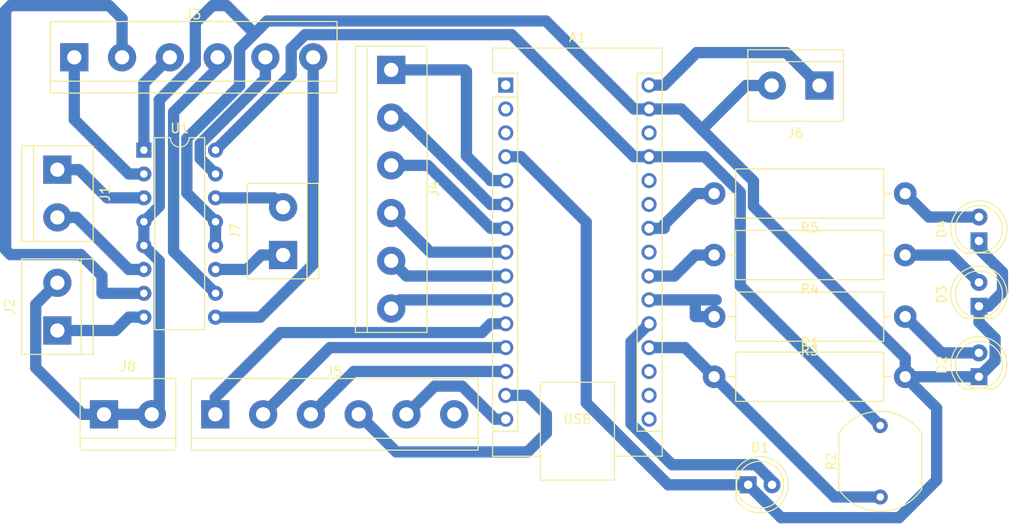
<source format=kicad_pcb>
(kicad_pcb (version 20240108) (generator "pcbnew") (generator_version "8.0")
  (layers (0 "F.Cu" signal) (31 "B.Cu" signal) (34 "B.Paste" user) (35 "F.Paste" user) (36 "B.SilkS" user "B.Silkscreen") (37 "F.SilkS" user "F.Silkscreen") (38 "B.Mask" user) (39 "F.Mask" user) (44 "Edge.Cuts" user))
  (net 0 "")
  (net 3 "VIN")
  (net 4 "BORN SAIDA ARDUINO 1")
  (net 5 "BORN SAIDA ARDUINO 6")
  (net 6 "BORN SAIDA ARDUINO 5")
  (net 7 "A1")
  (net 8 "A6")
  (net 9 "BORN SAIDA ARDUINO 4")
  (net 10 "A2")
  (net 11 "A0")
  (net 13 "BORN SAIDA ARDUINO 3")
  (net 15 "GND")
  (net 16 "BORN SAIDA ARDUINO 8")
  (net 19 "BORN SAIDA ARDUINO 11")
  (net 20 "BORN SAIDA ARDUINO 7")
  (net 21 "BORN SAIDA ARDUINO 9")
  (net 22 "BORN SAIDA ARDUINO 2")
  (net 24 "5V")
  (net 25 "A3")
  (net 29 "BORN SAIDA ARDUINO 10")
  (net 30 "Net-(D2-A)")
  (net 31 "Net-(D3-A)")
  (net 32 "Net-(D4-A)")
  (net 33 "1Y")
  (net 34 "3Y")
  (net 35 "4Y")
  (net 36 "2Y")
  (net 37 "Net-(J2-Pin_1)")
  (net 38 "BORNE ENTRADA CI 3")
  (net 39 "BORNE ENTRADA CI 4")
  (net 40 "BORNE ENTRADA CI 2")
  (net 41 "BORNE ENTRADA CI 1")
  (net 42 "BORNE ENTRADA CI 6")
  (net 43 "BORNE ENTRADA CI 5")
  (footprint "TerminalBlock:TerminalBlock_bornier-6_P5.08mm" (layer "F.Cu") (at 82.3 53.5)
    (property "Reference" "J3" (at 12.65 -4.55 0) (layer "F.SilkS"))
    (property "Value" "Screw_Terminal_01x06")
    (fp_line (start -2.54 -3.81) (end -2.54 3.81) (stroke (width 0.12)) (layer "F.SilkS"))
    (fp_line (start -2.54 -3.81) (end 27.94 -3.81) (stroke (width 0.12)) (layer "F.SilkS"))
    (fp_line (start -2.54 2.54) (end 27.94 2.54) (stroke (width 0.12)) (layer "F.SilkS"))
    (fp_line (start -2.54 3.81) (end 27.94 3.81) (stroke (width 0.12)) (layer "F.SilkS"))
    (fp_line (start 27.94 3.81) (end 27.94 -3.81) (stroke (width 0.12)) (layer "F.SilkS"))
    (pad "1" thru_hole rect (at 0 0) (size 3 3) (drill 1.52) (layers "*.Cu" "*.Mask") (net 41 "BORNE ENTRADA CI 1"))
    (pad "2" thru_hole circle (at 5.08 0) (size 3 3) (drill 1.52) (layers "*.Cu" "*.Mask") (net 40 "BORNE ENTRADA CI 2"))
    (pad "3" thru_hole circle (at 10.16 0) (size 3 3) (drill 1.52) (layers "*.Cu" "*.Mask") (net 38 "BORNE ENTRADA CI 3"))
    (pad "4" thru_hole circle (at 15.24 0) (size 3 3) (drill 1.52) (layers "*.Cu" "*.Mask") (net 39 "BORNE ENTRADA CI 4"))
    (pad "5" thru_hole circle (at 20.32 0) (size 3 3) (drill 1.52) (layers "*.Cu" "*.Mask") (net 43 "BORNE ENTRADA CI 5"))
    (pad "6" thru_hole circle (at 25.4 0) (size 3 3) (drill 1.52) (layers "*.Cu" "*.Mask") (net 42 "BORNE ENTRADA CI 6"))
  )
  (footprint "Package_DIP:DIP-16_W7.62mm" (layer "F.Cu") (at 89.7 63.38)
    (property "Reference" "U1" (at 3.81 -2.33 0) (layer "F.SilkS"))
    (property "Value" "L293D")
    (fp_line (start 1.16 -1.33) (end 1.16 19.11) (stroke (width 0.12)) (layer "F.SilkS"))
    (fp_line (start 1.16 19.11) (end 6.46 19.11) (stroke (width 0.12)) (layer "F.SilkS"))
    (fp_line (start 2.81 -1.33) (end 1.16 -1.33) (stroke (width 0.12)) (layer "F.SilkS"))
    (fp_line (start 6.46 -1.33) (end 4.81 -1.33) (stroke (width 0.12)) (layer "F.SilkS"))
    (fp_line (start 6.46 19.11) (end 6.46 -1.33) (stroke (width 0.12)) (layer "F.SilkS"))
    (fp_arc (start 4.81 -1.33) (mid 3.81 -0.33) (end 2.81 -1.33) (stroke (width 0.12)) (layer "F.SilkS"))
    (pad "1" thru_hole rect (at 0 0) (size 1.6 1.6) (drill 0.8) (layers "*.Cu" "*.Mask") (net 38 "BORNE ENTRADA CI 3"))
    (pad "2" thru_hole oval (at 0 2.54) (size 1.6 1.6) (drill 0.8) (layers "*.Cu" "*.Mask") (net 41 "BORNE ENTRADA CI 1"))
    (pad "3" thru_hole oval (at 0 5.08) (size 1.6 1.6) (drill 0.8) (layers "*.Cu" "*.Mask") (net 33 "1Y"))
    (pad "4" thru_hole oval (at 0 7.62) (size 1.6 1.6) (drill 0.8) (layers "*.Cu" "*.Mask") (net 15 "GND"))
    (pad "5" thru_hole oval (at 0 10.16) (size 1.6 1.6) (drill 0.8) (layers "*.Cu" "*.Mask") (net 15 "GND"))
    (pad "6" thru_hole oval (at 0 12.7) (size 1.6 1.6) (drill 0.8) (layers "*.Cu" "*.Mask") (net 36 "2Y"))
    (pad "7" thru_hole oval (at 0 15.24) (size 1.6 1.6) (drill 0.8) (layers "*.Cu" "*.Mask") (net 40 "BORNE ENTRADA CI 2"))
    (pad "8" thru_hole oval (at 0 17.78) (size 1.6 1.6) (drill 0.8) (layers "*.Cu" "*.Mask") (net 37 "Net-(J2-Pin_1)"))
    (pad "9" thru_hole oval (at 7.62 17.78) (size 1.6 1.6) (drill 0.8) (layers "*.Cu" "*.Mask") (net 42 "BORNE ENTRADA CI 6"))
    (pad "10" thru_hole oval (at 7.62 15.24) (size 1.6 1.6) (drill 0.8) (layers "*.Cu" "*.Mask") (net 39 "BORNE ENTRADA CI 4"))
    (pad "11" thru_hole oval (at 7.62 12.7) (size 1.6 1.6) (drill 0.8) (layers "*.Cu" "*.Mask") (net 34 "3Y"))
    (pad "12" thru_hole oval (at 7.62 10.16) (size 1.6 1.6) (drill 0.8) (layers "*.Cu" "*.Mask") (net 15 "GND"))
    (pad "13" thru_hole oval (at 7.62 7.62) (size 1.6 1.6) (drill 0.8) (layers "*.Cu" "*.Mask") (net 15 "GND"))
    (pad "14" thru_hole oval (at 7.62 5.08) (size 1.6 1.6) (drill 0.8) (layers "*.Cu" "*.Mask") (net 35 "4Y"))
    (pad "15" thru_hole oval (at 7.62 2.54) (size 1.6 1.6) (drill 0.8) (layers "*.Cu" "*.Mask") (net 43 "BORNE ENTRADA CI 5"))
    (pad "16" thru_hole oval (at 7.62 0) (size 1.6 1.6) (drill 0.8) (layers "*.Cu" "*.Mask") (net 24 "5V"))
  )
  (footprint "Resistor_THT:R_Axial_DIN0516_L15.5mm_D5.0mm_P20.32mm_Horizontal" (layer "F.Cu") (at 170.66 81.1 180)
    (property "Reference" "R3" (at 10.16 -3.62 0) (layer "F.SilkS"))
    (property "Value" "R")
    (fp_line (start 18.88 0) (end 18.03 0) (stroke (width 0.12)) (layer "F.SilkS"))
    (fp_line (start 18.03 2.62) (end 18.03 -2.62) (stroke (width 0.12)) (layer "F.SilkS"))
    (fp_line (start 18.03 -2.62) (end 2.29 -2.62) (stroke (width 0.12)) (layer "F.SilkS"))
    (fp_line (start 2.29 2.62) (end 18.03 2.62) (stroke (width 0.12)) (layer "F.SilkS"))
    (fp_line (start 2.29 -2.62) (end 2.29 2.62) (stroke (width 0.12)) (layer "F.SilkS"))
    (fp_line (start 1.44 0) (end 2.29 0) (stroke (width 0.12)) (layer "F.SilkS"))
    (pad "1" thru_hole circle (at 0 0 180) (size 2.4 2.4) (drill 1.2) (layers "*.Cu" "*.Mask") (net 30 "Net-(D2-A)"))
    (pad "2" thru_hole oval (at 20.32 0 180) (size 2.4 2.4) (drill 1.2) (layers "*.Cu" "*.Mask") (net 10 "A2"))
  )
  (footprint "LED_THT:LED_D5.0mm" (layer "F.Cu") (at 153.96 99)
    (property "Reference" "D1" (at 1.27 -3.96 0) (layer "F.SilkS"))
    (property "Value" "LASER")
    (fp_line (start -1.29 -1.545) (end -1.29 1.545) (stroke (width 0.12)) (layer "F.SilkS"))
    (fp_arc (start -1.29 -1.54483) (mid 2.072002 -2.880433) (end 4.26 0.000462) (stroke (width 0.12)) (layer "F.SilkS"))
    (fp_arc (start 4.26 -0.000462) (mid 2.072002 2.880433) (end -1.29 1.54483) (stroke (width 0.12)) (layer "F.SilkS"))
    (fp_circle (center 1.27 0) (end 3.77 0) (stroke (width 0.12)) (fill none) (layer "F.SilkS"))
    (pad "1" thru_hole rect (at 0 0) (size 1.8 1.8) (drill 0.9) (layers "*.Cu" "*.Mask") (net 15 "GND"))
    (pad "2" thru_hole circle (at 2.54 0) (size 1.8 1.8) (drill 0.9) (layers "*.Cu" "*.Mask") (net 7 "A1"))
  )
  (footprint "TerminalBlock:TerminalBlock_bornier-2_P5.08mm" (layer "F.Cu") (at 80.5 65.46 -90)
    (property "Reference" "J1" (at 2.54 -5.08 90) (layer "F.SilkS"))
    (property "Value" "Screw_Terminal_01x02")
    (fp_line (start -2.54 3.81) (end 7.62 3.81) (stroke (width 0.12)) (layer "F.SilkS"))
    (fp_line (start 7.62 3.81) (end 7.62 -3.81) (stroke (width 0.12)) (layer "F.SilkS"))
    (fp_line (start 7.62 2.54) (end -2.54 2.54) (stroke (width 0.12)) (layer "F.SilkS"))
    (fp_line (start -2.54 -3.81) (end -2.54 3.81) (stroke (width 0.12)) (layer "F.SilkS"))
    (fp_line (start 7.62 -3.81) (end -2.54 -3.81) (stroke (width 0.12)) (layer "F.SilkS"))
    (pad "1" thru_hole rect (at 0 0 270) (size 3 3) (drill 1.52) (layers "*.Cu" "*.Mask") (net 33 "1Y"))
    (pad "2" thru_hole circle (at 5.08 0 270) (size 3 3) (drill 1.52) (layers "*.Cu" "*.Mask") (net 36 "2Y"))
  )
  (footprint "OptoDevice:R_LDR_10x8.5mm_P7.6mm_Vertical" (layer "F.Cu") (at 168 100.3 90)
    (property "Reference" "R2" (at 3.8 -5.2 90) (layer "F.SilkS"))
    (property "Value" "LDR03")
    (fp_line (start 0.8 -4.4) (end 6.8 -4.4) (stroke (width 0.12)) (layer "F.SilkS"))
    (fp_line (start 0.8 4.4) (end 6.8 4.4) (stroke (width 0.12)) (layer "F.SilkS"))
    (fp_arc (start 6.8 -4.4) (mid 9.125374 -0.019809) (end 6.83265 4.37756) (stroke (width 0.12)) (layer "F.SilkS"))
    (fp_arc (start 0.8 4.4) (mid -1.525374 0.019809) (end 0.76735 -4.37756) (stroke (width 0.12)) (layer "F.SilkS"))
    (pad "1" thru_hole circle (at 0 0 90) (size 1.6 1.6) (drill 0.8) (layers "*.Cu" "*.Mask") (net 11 "A0"))
    (pad "2" thru_hole circle (at 7.6 0 90) (size 1.6 1.6) (drill 0.8) (layers "*.Cu" "*.Mask") (net 24 "5V"))
  )
  (footprint "TerminalBlock:TerminalBlock_bornier-2_P5.08mm" (layer "F.Cu") (at 104.5 74.54 90)
    (property "Reference" "J7" (at 2.54 -5.08 90) (layer "F.SilkS"))
    (property "Value" "Screw_Terminal_01x02")
    (fp_line (start 7.62 -3.81) (end -2.54 -3.81) (stroke (width 0.12)) (layer "F.SilkS"))
    (fp_line (start -2.54 -3.81) (end -2.54 3.81) (stroke (width 0.12)) (layer "F.SilkS"))
    (fp_line (start 7.62 2.54) (end -2.54 2.54) (stroke (width 0.12)) (layer "F.SilkS"))
    (fp_line (start 7.62 3.81) (end 7.62 -3.81) (stroke (width 0.12)) (layer "F.SilkS"))
    (fp_line (start -2.54 3.81) (end 7.62 3.81) (stroke (width 0.12)) (layer "F.SilkS"))
    (pad "1" thru_hole rect (at 0 0 90) (size 3 3) (drill 1.52) (layers "*.Cu" "*.Mask") (net 34 "3Y"))
    (pad "2" thru_hole circle (at 5.08 0 90) (size 3 3) (drill 1.52) (layers "*.Cu" "*.Mask") (net 35 "4Y"))
  )
  (footprint "LED_THT:LED_D5.0mm" (layer "F.Cu") (at 178.5 87.5 90)
    (property "Reference" "D2" (at 1.27 -3.96 90) (layer "F.SilkS"))
    (property "Value" "VIDA 1")
    (fp_line (start -1.29 -1.545) (end -1.29 1.545) (stroke (width 0.12)) (layer "F.SilkS"))
    (fp_arc (start -1.29 -1.54483) (mid 2.072002 -2.880433) (end 4.26 0.000462) (stroke (width 0.12)) (layer "F.SilkS"))
    (fp_arc (start 4.26 -0.000462) (mid 2.072002 2.880433) (end -1.29 1.54483) (stroke (width 0.12)) (layer "F.SilkS"))
    (fp_circle (center 1.27 0) (end 3.77 0) (stroke (width 0.12)) (fill none) (layer "F.SilkS"))
    (pad "1" thru_hole rect (at 0 0 90) (size 1.8 1.8) (drill 0.9) (layers "*.Cu" "*.Mask") (net 15 "GND"))
    (pad "2" thru_hole circle (at 2.54 0 90) (size 1.8 1.8) (drill 0.9) (layers "*.Cu" "*.Mask") (net 30 "Net-(D2-A)"))
  )
  (footprint "TerminalBlock:TerminalBlock_bornier-2_P5.08mm" (layer "F.Cu") (at 161.54 56.5 180)
    (property "Reference" "J6" (at 2.54 -5.08 0) (layer "F.SilkS"))
    (property "Value" "Screw_Terminal_01x02")
    (fp_line (start 7.62 3.81) (end 7.62 -3.81) (stroke (width 0.12)) (layer "F.SilkS"))
    (fp_line (start 7.62 2.54) (end -2.54 2.54) (stroke (width 0.12)) (layer "F.SilkS"))
    (fp_line (start 7.62 -3.81) (end -2.54 -3.81) (stroke (width 0.12)) (layer "F.SilkS"))
    (fp_line (start -2.54 3.81) (end 7.62 3.81) (stroke (width 0.12)) (layer "F.SilkS"))
    (fp_line (start -2.54 -3.81) (end -2.54 3.81) (stroke (width 0.12)) (layer "F.SilkS"))
    (pad "1" thru_hole rect (at 0 0 180) (size 3 3) (drill 1.52) (layers "*.Cu" "*.Mask") (net 3 "VIN"))
    (pad "2" thru_hole circle (at 5.08 0 180) (size 3 3) (drill 1.52) (layers "*.Cu" "*.Mask") (net 15 "GND"))
  )
  (footprint "LED_THT:LED_D5.0mm" (layer "F.Cu") (at 178.5 73.04 90)
    (property "Reference" "D4" (at 1.27 -3.96 90) (layer "F.SilkS"))
    (property "Value" "VIDA 3")
    (fp_line (start -1.29 -1.545) (end -1.29 1.545) (stroke (width 0.12)) (layer "F.SilkS"))
    (fp_arc (start -1.29 -1.54483) (mid 2.072002 -2.880433) (end 4.26 0.000462) (stroke (width 0.12)) (layer "F.SilkS"))
    (fp_arc (start 4.26 -0.000462) (mid 2.072002 2.880433) (end -1.29 1.54483) (stroke (width 0.12)) (layer "F.SilkS"))
    (fp_circle (center 1.27 0) (end 3.77 0) (stroke (width 0.12)) (fill none) (layer "F.SilkS"))
    (pad "1" thru_hole rect (at 0 0 90) (size 1.8 1.8) (drill 0.9) (layers "*.Cu" "*.Mask") (net 15 "GND"))
    (pad "2" thru_hole circle (at 2.54 0 90) (size 1.8 1.8) (drill 0.9) (layers "*.Cu" "*.Mask") (net 32 "Net-(D4-A)"))
  )
  (footprint "Module:Arduino_Nano" (layer "F.Cu") (at 128.18 56.46)
    (property "Reference" "A1" (at 7.62 -5.08 0) (layer "F.SilkS"))
    (property "Value" "Arduino_Nano_v3.x")
    (fp_line (start -1.4 -3.94) (end -1.4 -1.27) (stroke (width 0.12)) (layer "F.SilkS"))
    (fp_line (start -1.4 1.27) (end -1.4 39.5) (stroke (width 0.12)) (layer "F.SilkS"))
    (fp_line (start -1.4 39.5) (end 3.68 39.5) (stroke (width 0.12)) (layer "F.SilkS"))
    (fp_line (start 1.27 -1.27) (end -1.4 -1.27) (stroke (width 0.12)) (layer "F.SilkS"))
    (fp_line (start 1.27 1.27) (end -1.4 1.27) (stroke (width 0.12)) (layer "F.SilkS"))
    (fp_line (start 1.27 1.27) (end 1.27 -1.27) (stroke (width 0.12)) (layer "F.SilkS"))
    (fp_line (start 1.27 1.27) (end 1.27 36.83) (stroke (width 0.12)) (layer "F.SilkS"))
    (fp_line (start 1.27 36.83) (end -1.4 36.83) (stroke (width 0.12)) (layer "F.SilkS"))
    (fp_line (start 3.68 31.62) (end 11.56 31.62) (stroke (width 0.12)) (layer "F.SilkS"))
    (fp_line (start 3.68 42.04) (end 3.68 31.62) (stroke (width 0.12)) (layer "F.SilkS"))
    (fp_line (start 11.56 31.62) (end 11.56 42.04) (stroke (width 0.12)) (layer "F.SilkS"))
    (fp_line (start 11.56 42.04) (end 3.68 42.04) (stroke (width 0.12)) (layer "F.SilkS"))
    (fp_line (start 13.97 -1.27) (end 13.97 36.83) (stroke (width 0.12)) (layer "F.SilkS"))
    (fp_line (start 13.97 -1.27) (end 16.64 -1.27) (stroke (width 0.12)) (layer "F.SilkS"))
    (fp_line (start 13.97 36.83) (end 16.64 36.83) (stroke (width 0.12)) (layer "F.SilkS"))
    (fp_line (start 16.64 -3.94) (end -1.4 -3.94) (stroke (width 0.12)) (layer "F.SilkS"))
    (fp_line (start 16.64 39.5) (end 11.56 39.5) (stroke (width 0.12)) (layer "F.SilkS"))
    (fp_line (start 16.64 39.5) (end 16.64 -3.94) (stroke (width 0.12)) (layer "F.SilkS"))
    (fp_text user "USB" (at 7.62 35.56 0) (layer "F.SilkS"))
    (pad "1" thru_hole rect (at 0 0) (size 1.6 1.6) (drill 1) (layers "*.Cu" "*.Mask"))
    (pad "2" thru_hole oval (at 0 2.54) (size 1.6 1.6) (drill 1) (layers "*.Cu" "*.Mask"))
    (pad "3" thru_hole oval (at 0 5.08) (size 1.6 1.6) (drill 1) (layers "*.Cu" "*.Mask"))
    (pad "4" thru_hole oval (at 0 7.62) (size 1.6 1.6) (drill 1) (layers "*.Cu" "*.Mask") (net 15 "GND"))
    (pad "5" thru_hole oval (at 0 10.16) (size 1.6 1.6) (drill 1) (layers "*.Cu" "*.Mask") (net 4 "BORN SAIDA ARDUINO 1"))
    (pad "6" thru_hole oval (at 0 12.7) (size 1.6 1.6) (drill 1) (layers "*.Cu" "*.Mask") (net 22 "BORN SAIDA ARDUINO 2"))
    (pad "7" thru_hole oval (at 0 15.24) (size 1.6 1.6) (drill 1) (layers "*.Cu" "*.Mask") (net 13 "BORN SAIDA ARDUINO 3"))
    (pad "8" thru_hole oval (at 0 17.78) (size 1.6 1.6) (drill 1) (layers "*.Cu" "*.Mask") (net 9 "BORN SAIDA ARDUINO 4"))
    (pad "9" thru_hole oval (at 0 20.32) (size 1.6 1.6) (drill 1) (layers "*.Cu" "*.Mask") (net 6 "BORN SAIDA ARDUINO 5"))
    (pad "10" thru_hole oval (at 0 22.86) (size 1.6 1.6) (drill 1) (layers "*.Cu" "*.Mask") (net 5 "BORN SAIDA ARDUINO 6"))
    (pad "11" thru_hole oval (at 0 25.4) (size 1.6 1.6) (drill 1) (layers "*.Cu" "*.Mask") (net 20 "BORN SAIDA ARDUINO 7"))
    (pad "12" thru_hole oval (at 0 27.94) (size 1.6 1.6) (drill 1) (layers "*.Cu" "*.Mask") (net 16 "BORN SAIDA ARDUINO 8"))
    (pad "13" thru_hole oval (at 0 30.48) (size 1.6 1.6) (drill 1) (layers "*.Cu" "*.Mask") (net 21 "BORN SAIDA ARDUINO 9"))
    (pad "14" thru_hole oval (at 0 33.02) (size 1.6 1.6) (drill 1) (layers "*.Cu" "*.Mask") (net 29 "BORN SAIDA ARDUINO 10"))
    (pad "15" thru_hole oval (at 0 35.56) (size 1.6 1.6) (drill 1) (layers "*.Cu" "*.Mask") (net 19 "BORN SAIDA ARDUINO 11"))
    (pad "16" thru_hole oval (at 15.24 35.56) (size 1.6 1.6) (drill 1) (layers "*.Cu" "*.Mask"))
    (pad "17" thru_hole oval (at 15.24 33.02) (size 1.6 1.6) (drill 1) (layers "*.Cu" "*.Mask"))
    (pad "18" thru_hole oval (at 15.24 30.48) (size 1.6 1.6) (drill 1) (layers "*.Cu" "*.Mask"))
    (pad "19" thru_hole oval (at 15.24 27.94) (size 1.6 1.6) (drill 1) (layers "*.Cu" "*.Mask") (net 11 "A0"))
    (pad "20" thru_hole oval (at 15.24 25.4) (size 1.6 1.6) (drill 1) (layers "*.Cu" "*.Mask") (net 7 "A1"))
    (pad "21" thru_hole oval (at 15.24 22.86) (size 1.6 1.6) (drill 1) (layers "*.Cu" "*.Mask") (net 10 "A2"))
    (pad "22" thru_hole oval (at 15.24 20.32) (size 1.6 1.6) (drill 1) (layers "*.Cu" "*.Mask") (net 25 "A3"))
    (pad "23" thru_hole oval (at 15.24 17.78) (size 1.6 1.6) (drill 1) (layers "*.Cu" "*.Mask"))
    (pad "24" thru_hole oval (at 15.24 15.24) (size 1.6 1.6) (drill 1) (layers "*.Cu" "*.Mask") (net 8 "A6"))
    (pad "25" thru_hole oval (at 15.24 12.7) (size 1.6 1.6) (drill 1) (layers "*.Cu" "*.Mask"))
    (pad "26" thru_hole oval (at 15.24 10.16) (size 1.6 1.6) (drill 1) (layers "*.Cu" "*.Mask"))
    (pad "27" thru_hole oval (at 15.24 7.62) (size 1.6 1.6) (drill 1) (layers "*.Cu" "*.Mask") (net 24 "5V"))
    (pad "28" thru_hole oval (at 15.24 5.08) (size 1.6 1.6) (drill 1) (layers "*.Cu" "*.Mask"))
    (pad "29" thru_hole oval (at 15.24 2.54) (size 1.6 1.6) (drill 1) (layers "*.Cu" "*.Mask") (net 15 "GND"))
    (pad "30" thru_hole oval (at 15.24 0) (size 1.6 1.6) (drill 1) (layers "*.Cu" "*.Mask") (net 3 "VIN"))
  )
  (footprint "TerminalBlock:TerminalBlock_bornier-2_P5.08mm" (layer "F.Cu") (at 80.5 82.58 90)
    (property "Reference" "J2" (at 2.54 -5.08 90) (layer "F.SilkS"))
    (property "Value" "Screw_Terminal_01x02" (hide yes))
    (fp_line (start 7.62 -3.81) (end -2.54 -3.81) (stroke (width 0.12)) (layer "F.SilkS"))
    (fp_line (start -2.54 -3.81) (end -2.54 3.81) (stroke (width 0.12)) (layer "F.SilkS"))
    (fp_line (start 7.62 2.54) (end -2.54 2.54) (stroke (width 0.12)) (layer "F.SilkS"))
    (fp_line (start 7.62 3.81) (end 7.62 -3.81) (stroke (width 0.12)) (layer "F.SilkS"))
    (fp_line (start -2.54 3.81) (end 7.62 3.81) (stroke (width 0.12)) (layer "F.SilkS"))
    (pad "1" thru_hole rect (at 0 0 90) (size 3 3) (drill 1.52) (layers "*.Cu" "*.Mask") (net 37 "Net-(J2-Pin_1)"))
    (pad "2" thru_hole circle (at 5.08 0 90) (size 3 3) (drill 1.52) (layers "*.Cu" "*.Mask") (net 15 "GND"))
  )
  (footprint "TerminalBlock:TerminalBlock_bornier-6_P5.08mm" (layer "F.Cu") (at 116 54.84 -90)
    (property "Reference" "J4" (at 12.65 -4.55 90) (layer "F.SilkS"))
    (property "Value" "Screw_Terminal_01x06")
    (fp_line (start -2.54 3.81) (end 27.94 3.81) (stroke (width 0.12)) (layer "F.SilkS"))
    (fp_line (start 27.94 3.81) (end 27.94 -3.81) (stroke (width 0.12)) (layer "F.SilkS"))
    (fp_line (start -2.54 2.54) (end 27.94 2.54) (stroke (width 0.12)) (layer "F.SilkS"))
    (fp_line (start -2.54 -3.81) (end -2.54 3.81) (stroke (width 0.12)) (layer "F.SilkS"))
    (fp_line (start -2.54 -3.81) (end 27.94 -3.81) (stroke (width 0.12)) (layer "F.SilkS"))
    (pad "1" thru_hole rect (at 0 0 270) (size 3 3) (drill 1.52) (layers "*.Cu" "*.Mask") (net 4 "BORN SAIDA ARDUINO 1"))
    (pad "2" thru_hole circle (at 5.08 0 270) (size 3 3) (drill 1.52) (layers "*.Cu" "*.Mask") (net 22 "BORN SAIDA ARDUINO 2"))
    (pad "3" thru_hole circle (at 10.16 0 270) (size 3 3) (drill 1.52) (layers "*.Cu" "*.Mask") (net 13 "BORN SAIDA ARDUINO 3"))
    (pad "4" thru_hole circle (at 15.24 0 270) (size 3 3) (drill 1.52) (layers "*.Cu" "*.Mask") (net 9 "BORN SAIDA ARDUINO 4"))
    (pad "5" thru_hole circle (at 20.32 0 270) (size 3 3) (drill 1.52) (layers "*.Cu" "*.Mask") (net 6 "BORN SAIDA ARDUINO 5"))
    (pad "6" thru_hole circle (at 25.4 0 270) (size 3 3) (drill 1.52) (layers "*.Cu" "*.Mask") (net 5 "BORN SAIDA ARDUINO 6"))
  )
  (footprint "Resistor_THT:R_Axial_DIN0516_L15.5mm_D5.0mm_P20.32mm_Horizontal" (layer "F.Cu") (at 170.66 74.55 180)
    (property "Reference" "R4" (at 10.16 -3.62 0) (layer "F.SilkS"))
    (property "Value" "R")
    (fp_line (start 18.88 0) (end 18.03 0) (stroke (width 0.12)) (layer "F.SilkS"))
    (fp_line (start 18.03 2.62) (end 18.03 -2.62) (stroke (width 0.12)) (layer "F.SilkS"))
    (fp_line (start 18.03 -2.62) (end 2.29 -2.62) (stroke (width 0.12)) (layer "F.SilkS"))
    (fp_line (start 2.29 2.62) (end 18.03 2.62) (stroke (width 0.12)) (layer "F.SilkS"))
    (fp_line (start 2.29 -2.62) (end 2.29 2.62) (stroke (width 0.12)) (layer "F.SilkS"))
    (fp_line (start 1.44 0) (end 2.29 0) (stroke (width 0.12)) (layer "F.SilkS"))
    (pad "1" thru_hole circle (at 0 0 180) (size 2.4 2.4) (drill 1.2) (layers "*.Cu" "*.Mask") (net 31 "Net-(D3-A)"))
    (pad "2" thru_hole oval (at 20.32 0 180) (size 2.4 2.4) (drill 1.2) (layers "*.Cu" "*.Mask") (net 25 "A3"))
  )
  (footprint "Resistor_THT:R_Axial_DIN0516_L15.5mm_D5.0mm_P20.32mm_Horizontal" (layer "F.Cu") (at 150.34 87.5)
    (property "Reference" "R1" (at 10.16 -3.62 0) (layer "F.SilkS"))
    (property "Value" "R")
    (fp_line (start 1.44 0) (end 2.29 0) (stroke (width 0.12)) (layer "F.SilkS"))
    (fp_line (start 2.29 -2.62) (end 2.29 2.62) (stroke (width 0.12)) (layer "F.SilkS"))
    (fp_line (start 2.29 2.62) (end 18.03 2.62) (stroke (width 0.12)) (layer "F.SilkS"))
    (fp_line (start 18.03 -2.62) (end 2.29 -2.62) (stroke (width 0.12)) (layer "F.SilkS"))
    (fp_line (start 18.03 2.62) (end 18.03 -2.62) (stroke (width 0.12)) (layer "F.SilkS"))
    (fp_line (start 18.88 0) (end 18.03 0) (stroke (width 0.12)) (layer "F.SilkS"))
    (pad "1" thru_hole circle (at 0 0) (size 2.4 2.4) (drill 1.2) (layers "*.Cu" "*.Mask") (net 11 "A0"))
    (pad "2" thru_hole oval (at 20.32 0) (size 2.4 2.4) (drill 1.2) (layers "*.Cu" "*.Mask") (net 15 "GND"))
  )
  (footprint "Resistor_THT:R_Axial_DIN0516_L15.5mm_D5.0mm_P20.32mm_Horizontal" (layer "F.Cu") (at 170.66 68 180)
    (property "Reference" "R5" (at 10.16 -3.62 0) (layer "F.SilkS"))
    (property "Value" "R")
    (fp_line (start 18.88 0) (end 18.03 0) (stroke (width 0.12)) (layer "F.SilkS"))
    (fp_line (start 18.03 2.62) (end 18.03 -2.62) (stroke (width 0.12)) (layer "F.SilkS"))
    (fp_line (start 18.03 -2.62) (end 2.29 -2.62) (stroke (width 0.12)) (layer "F.SilkS"))
    (fp_line (start 2.29 2.62) (end 18.03 2.62) (stroke (width 0.12)) (layer "F.SilkS"))
    (fp_line (start 2.29 -2.62) (end 2.29 2.62) (stroke (width 0.12)) (layer "F.SilkS"))
    (fp_line (start 1.44 0) (end 2.29 0) (stroke (width 0.12)) (layer "F.SilkS"))
    (pad "1" thru_hole circle (at 0 0 180) (size 2.4 2.4) (drill 1.2) (layers "*.Cu" "*.Mask") (net 32 "Net-(D4-A)"))
    (pad "2" thru_hole oval (at 20.32 0 180) (size 2.4 2.4) (drill 1.2) (layers "*.Cu" "*.Mask") (net 8 "A6"))
  )
  (footprint "TerminalBlock:TerminalBlock_bornier-6_P5.08mm" (layer "F.Cu") (at 97.3 91.5)
    (property "Reference" "J5" (at 12.65 -4.55 0) (layer "F.SilkS"))
    (property "Value" "Screw_Terminal_01x06")
    (fp_line (start -2.54 -3.81) (end -2.54 3.81) (stroke (width 0.12)) (layer "F.SilkS"))
    (fp_line (start -2.54 -3.81) (end 27.94 -3.81) (stroke (width 0.12)) (layer "F.SilkS"))
    (fp_line (start -2.54 2.54) (end 27.94 2.54) (stroke (width 0.12)) (layer "F.SilkS"))
    (fp_line (start -2.54 3.81) (end 27.94 3.81) (stroke (width 0.12)) (layer "F.SilkS"))
    (fp_line (start 27.94 3.81) (end 27.94 -3.81) (stroke (width 0.12)) (layer "F.SilkS"))
    (pad "1" thru_hole rect (at 0 0) (size 3 3) (drill 1.52) (layers "*.Cu" "*.Mask") (net 20 "BORN SAIDA ARDUINO 7"))
    (pad "2" thru_hole circle (at 5.08 0) (size 3 3) (drill 1.52) (layers "*.Cu" "*.Mask") (net 16 "BORN SAIDA ARDUINO 8"))
    (pad "3" thru_hole circle (at 10.16 0) (size 3 3) (drill 1.52) (layers "*.Cu" "*.Mask") (net 21 "BORN SAIDA ARDUINO 9"))
    (pad "4" thru_hole circle (at 15.24 0) (size 3 3) (drill 1.52) (layers "*.Cu" "*.Mask") (net 29 "BORN SAIDA ARDUINO 10"))
    (pad "5" thru_hole circle (at 20.32 0) (size 3 3) (drill 1.52) (layers "*.Cu" "*.Mask") (net 19 "BORN SAIDA ARDUINO 11"))
    (pad "6" thru_hole circle (at 25.4 0) (size 3 3) (drill 1.52) (layers "*.Cu" "*.Mask"))
  )
  (footprint "TerminalBlock:TerminalBlock_bornier-2_P5.08mm" (layer "F.Cu") (at 85.46 91.5)
    (property "Reference" "J8" (at 2.54 -5.08 0) (layer "F.SilkS"))
    (property "Value" "Screw_Terminal_01x02")
    (fp_line (start -2.54 -3.81) (end -2.54 3.81) (stroke (width 0.12)) (layer "F.SilkS"))
    (fp_line (start -2.54 3.81) (end 7.62 3.81) (stroke (width 0.12)) (layer "F.SilkS"))
    (fp_line (start 7.62 -3.81) (end -2.54 -3.81) (stroke (width 0.12)) (layer "F.SilkS"))
    (fp_line (start 7.62 2.54) (end -2.54 2.54) (stroke (width 0.12)) (layer "F.SilkS"))
    (fp_line (start 7.62 3.81) (end 7.62 -3.81) (stroke (width 0.12)) (layer "F.SilkS"))
    (pad "1" thru_hole rect (at 0 0) (size 3 3) (drill 1.52) (layers "*.Cu" "*.Mask") (net 15 "GND"))
    (pad "2" thru_hole circle (at 5.08 0) (size 3 3) (drill 1.52) (layers "*.Cu" "*.Mask") (net 15 "GND"))
  )
  (footprint "LED_THT:LED_D5.0mm" (layer "F.Cu") (at 178.5 80 90)
    (property "Reference" "D3" (at 1.27 -3.96 90) (layer "F.SilkS"))
    (property "Value" "VIDA 2")
    (fp_line (start -1.29 -1.545) (end -1.29 1.545) (stroke (width 0.12)) (layer "F.SilkS"))
    (fp_arc (start -1.29 -1.54483) (mid 2.072002 -2.880433) (end 4.26 0.000462) (stroke (width 0.12)) (layer "F.SilkS"))
    (fp_arc (start 4.26 -0.000462) (mid 2.072002 2.880433) (end -1.29 1.54483) (stroke (width 0.12)) (layer "F.SilkS"))
    (fp_circle (center 1.27 0) (end 3.77 0) (stroke (width 0.12)) (fill none) (layer "F.SilkS"))
    (pad "1" thru_hole rect (at 0 0 90) (size 1.8 1.8) (drill 0.9) (layers "*.Cu" "*.Mask") (net 15 "GND"))
    (pad "2" thru_hole circle (at 2.54 0 90) (size 1.8 1.8) (drill 0.9) (layers "*.Cu" "*.Mask") (net 31 "Net-(D3-A)"))
  )
  (segment (start 143.42 56.46) (end 145.0217 56.46) (width 1.2) (layer "B.Cu") (net 3))
  (segment (start 145.0217 56.46) (end 148.4817 53) (width 1.2) (layer "B.Cu") (net 3))
  (segment (start 158 53) (end 161.5 56.5) (width 1.2) (layer "B.Cu") (net 3))
  (segment (start 148.4817 53) (end 158 53) (width 1.2) (layer "B.Cu") (net 3))
  (segment (start 161.5 56.5) (end 161.54 56.5) (width 1.2) (layer "B.Cu") (net 3))
  (segment (start 116 54.84) (end 123.84 54.84) (width 1.2) (layer "B.Cu") (net 4))
  (segment (start 126.578 66.578) (end 126.578 66.62) (width 1.2) (layer "B.Cu") (net 4))
  (segment (start 126.578 66.62) (end 128.18 66.62) (width 1.2) (layer "B.Cu") (net 4))
  (segment (start 124 64) (end 126.578 66.578) (width 1.2) (layer "B.Cu") (net 4))
  (segment (start 123.84 54.84) (end 124 55) (width 1.2) (layer "B.Cu") (net 4))
  (segment (start 124 55) (end 124 64) (width 1.2) (layer "B.Cu") (net 4))
  (segment (start 116.92 79.32) (end 116 80.24) (width 1.2) (layer "B.Cu") (net 5))
  (segment (start 128.18 79.32) (end 116.92 79.32) (width 1.2) (layer "B.Cu") (net 5))
  (segment (start 117.62 76.78) (end 116 75.16) (width 1.2) (layer "B.Cu") (net 6))
  (segment (start 128.18 76.78) (end 117.62 76.78) (width 1.2) (layer "B.Cu") (net 6))
  (segment (start 156.5 98.5949) (end 156.5 99) (width 1.2) (layer "B.Cu") (net 7))
  (segment (start 145.864 96.8638) (end 154.769 96.8638) (width 1.2) (layer "B.Cu") (net 7))
  (segment (start 141.5 92.5) (end 145.864 96.8638) (width 1.2) (layer "B.Cu") (net 7))
  (segment (start 141.5 83.78) (end 141.5 92.5) (width 1.2) (layer "B.Cu") (net 7))
  (segment (start 143.42 81.86) (end 141.5 83.78) (width 1.2) (layer "B.Cu") (net 7))
  (segment (start 154.769 96.8638) (end 156.5 98.5949) (width 1.2) (layer "B.Cu") (net 7))
  (segment (start 148.338 68) (end 150.34 68) (width 1.2) (layer "B.Cu") (net 8))
  (segment (start 143.42 71.7) (end 145.022 71.7) (width 1.2) (layer "B.Cu") (net 8))
  (segment (start 145.022 71.3166) (end 148.338 68) (width 1.2) (layer "B.Cu") (net 8))
  (segment (start 145.022 71.7) (end 145.022 71.3166) (width 1.2) (layer "B.Cu") (net 8))
  (segment (start 120.16 74.24) (end 116 70.08) (width 1.2) (layer "B.Cu") (net 9))
  (segment (start 128.18 74.24) (end 120.16 74.24) (width 1.2) (layer "B.Cu") (net 9))
  (segment (start 148.56 79.32) (end 143.42 79.32) (width 1.2) (layer "B.Cu") (net 10))
  (segment (start 148.338 81.1) (end 148.338 79.5417) (width 1.2) (layer "B.Cu") (net 10))
  (segment (start 148.338 79.5417) (end 148.56 79.32) (width 1.2) (layer "B.Cu") (net 10))
  (segment (start 150.34 81.1) (end 148.338 81.1) (width 1.2) (layer "B.Cu") (net 10))
  (segment (start 150.558 79.32) (end 148.56 79.32) (width 1.2) (layer "B.Cu") (net 10))
  (segment (start 143.42 84.4) (end 147.24 84.4) (width 1.2) (layer "B.Cu") (net 11))
  (segment (start 147.24 84.4) (end 150.34 87.5) (width 1.2) (layer "B.Cu") (net 11))
  (segment (start 163.14 100.3) (end 168 100.3) (width 1.2) (layer "B.Cu") (net 11))
  (segment (start 150.34 87.5) (end 163.14 100.3) (width 1.2) (layer "B.Cu") (net 11))
  (segment (start 119.878 65) (end 116 65) (width 1.2) (layer "B.Cu") (net 13))
  (segment (start 126.578 71.7) (end 119.878 65) (width 1.2) (layer "B.Cu") (net 13))
  (segment (start 128.18 71.7) (end 126.578 71.7) (width 1.2) (layer "B.Cu") (net 13))
  (segment (start 78.1983 79.8017) (end 80.5 77.5) (width 1.2) (layer "B.Cu") (net 15))
  (segment (start 97.32 71) (end 94.27 67.95) (width 1.2) (layer "B.Cu") (net 15))
  (segment (start 141.818 59) (end 132.451 49.6329) (width 1.2) (layer "B.Cu") (net 15))
  (segment (start 98.5 48) (end 97 48) (width 1.2) (layer "B.Cu") (net 15))
  (segment (start 91.3309 75.1709) (end 91.3309 90.7091) (width 1.2) (layer "B.Cu") (net 15))
  (segment (start 178.5 87.5) (end 170.66 87.5) (width 1.2) (layer "B.Cu") (net 15))
  (segment (start 83.1583 91.5) (end 78.1983 86.54) (width 1.2) (layer "B.Cu") (net 15))
  (segment (start 179.5 80) (end 178.5 80) (width 1.2) (layer "B.Cu") (net 15))
  (segment (start 181 76.3709) (end 181 78.5) (width 1.2) (layer "B.Cu") (net 15))
  (segment (start 153.727 56.5) (end 156.46 56.5) (width 1.2) (layer "B.Cu") (net 15))
  (segment (start 99.8767 52.567) (end 101.472 50.9719) (width 1.2) (layer "B.Cu") (net 15))
  (segment (start 129.782 64.08) (end 136.738 71.0366) (width 1.2) (layer "B.Cu") (net 15))
  (segment (start 170.66 87.5) (end 174 90.84) (width 1.2) (layer "B.Cu") (net 15))
  (segment (start 178.5 73.04) (end 178.5 73.8908) (width 1.2) (layer "B.Cu") (net 15))
  (segment (start 143.42 59) (end 141.818 59) (width 1.2) (layer "B.Cu") (net 15))
  (segment (start 146.847 59) (end 143.42 59) (width 1.2) (layer "B.Cu") (net 15))
  (segment (start 97 48) (end 95.1682 49.8318) (width 1.2) (layer "B.Cu") (net 15))
  (segment (start 91.3309 90.7091) (end 90.54 91.5) (width 1.2) (layer "B.Cu") (net 15))
  (segment (start 89.7 73.54) (end 91.3309 75.1709) (width 1.2) (layer "B.Cu") (net 15))
  (segment (start 154.52 66.6729) (end 149.037 61.19) (width 1.2) (layer "B.Cu") (net 15))
  (segment (start 95.1682 49.8318) (end 95.1682 54.2091) (width 1.2) (layer "B.Cu") (net 15))
  (segment (start 91.3401 58.0372) (end 91.3401 69.3599) (width 1.2) (layer "B.Cu") (net 15))
  (segment (start 181 78.5) (end 179.5 80) (width 1.2) (layer "B.Cu") (net 15))
  (segment (start 170.66 87.5) (end 170.66 85.4983) (width 1.2) (layer "B.Cu") (net 15))
  (segment (start 99.8767 56.5314) (end 99.8767 52.567) (width 1.2) (layer "B.Cu") (net 15))
  (segment (start 157.46 102.5) (end 153.96 99) (width 1.2) (layer "B.Cu") (net 15))
  (segment (start 90.54 91.5) (end 85.46 91.5) (width 1.2) (layer "B.Cu") (net 15))
  (segment (start 154.52 69.3583) (end 154.52 66.6729) (width 1.2) (layer "B.Cu") (net 15))
  (segment (start 145.462 99) (end 153.96 99) (width 1.2) (layer "B.Cu") (net 15))
  (segment (start 102.811 49.6329) (end 101.472 50.9719) (width 1.2) (layer "B.Cu") (net 15))
  (segment (start 89.7 71) (end 89.7 73.54) (width 1.2) (layer "B.Cu") (net 15))
  (segment (start 128.18 64.08) (end 129.782 64.08) (width 1.2) (layer "B.Cu") (net 15))
  (segment (start 174 98.5) (end 170 102.5) (width 1.2) (layer "B.Cu") (net 15))
  (segment (start 170 102.5) (end 157.46 102.5) (width 1.2) (layer "B.Cu") (net 15))
  (segment (start 180.212 85.7884) (end 178.5 87.5) (width 1.2) (layer "B.Cu") (net 15))
  (segment (start 94.27 67.95) (end 94.27 62.1381) (width 1.2) (layer "B.Cu") (net 15))
  (segment (start 174 90.84) (end 174 98.5) (width 1.2) (layer "B.Cu") (net 15))
  (segment (start 91.3401 69.3599) (end 89.7 71) (width 1.2) (layer "B.Cu") (net 15))
  (segment (start 178.5 80) (end 178.5 81.7017) (width 1.2) (layer "B.Cu") (net 15))
  (segment (start 85.46 91.5) (end 83.1583 91.5) (width 1.2) (layer "B.Cu") (net 15))
  (segment (start 170.66 85.4983) (end 154.52 69.3583) (width 1.2) (layer "B.Cu") (net 15))
  (segment (start 78.1983 86.54) (end 78.1983 79.8017) (width 1.2) (layer "B.Cu") (net 15))
  (segment (start 180.212 83.4133) (end 180.212 85.7884) (width 1.2) (layer "B.Cu") (net 15))
  (segment (start 95.1682 54.2091) (end 91.3401 58.0372) (width 1.2) (layer "B.Cu") (net 15))
  (segment (start 94.27 62.1381) (end 99.8767 56.5314) (width 1.2) (layer "B.Cu") (net 15))
  (segment (start 136.738 90.2759) (end 145.462 99) (width 1.2) (layer "B.Cu") (net 15))
  (segment (start 101.472 50.9719) (end 98.5 48) (width 1.2) (layer "B.Cu") (net 15))
  (segment (start 178.5 81.7017) (end 180.212 83.4133) (width 1.2) (layer "B.Cu") (net 15))
  (segment (start 149.037 61.19) (end 153.727 56.5) (width 1.2) (layer "B.Cu") (net 15))
  (segment (start 178.5 73.8908) (end 178.52 73.8908) (width 1.2) (layer "B.Cu") (net 15))
  (segment (start 132.451 49.6329) (end 102.811 49.6329) (width 1.2) (layer "B.Cu") (net 15))
  (segment (start 136.738 71.0366) (end 136.738 90.2759) (width 1.2) (layer "B.Cu") (net 15))
  (segment (start 149.037 61.19) (end 146.847 59) (width 1.2) (layer "B.Cu") (net 15))
  (segment (start 97.32 71) (end 97.32 73.54) (width 1.2) (layer "B.Cu") (net 15))
  (segment (start 178.52 73.8908) (end 181 76.3709) (width 1.2) (layer "B.Cu") (net 15))
  (segment (start 109.48 84.4) (end 128.18 84.4) (width 1.2) (layer "B.Cu") (net 16))
  (segment (start 102.38 91.5) (end 109.48 84.4) (width 1.2) (layer "B.Cu") (net 16))
  (segment (start 120.62 88.5) (end 123.529 88.5) (width 1.2) (layer "B.Cu") (net 19))
  (segment (start 127.049 92.02) (end 128.18 92.02) (width 1.2) (layer "B.Cu") (net 19))
  (segment (start 123.529 88.5) (end 127.049 92.02) (width 1.2) (layer "B.Cu") (net 19))
  (segment (start 117.62 91.5) (end 120.62 88.5) (width 1.2) (layer "B.Cu") (net 19))
  (segment (start 125.638 82.7998) (end 126.578 81.86) (width 1.2) (layer "B.Cu") (net 20))
  (segment (start 97.3 91.5) (end 97.3 89.7) (width 1.2) (layer "B.Cu") (net 20))
  (segment (start 97.3 89.7) (end 104.2 82.7998) (width 1.2) (layer "B.Cu") (net 20))
  (segment (start 126.578 81.86) (end 128.18 81.86) (width 1.2) (layer "B.Cu") (net 20))
  (segment (start 104.2 82.7998) (end 125.638 82.7998) (width 1.2) (layer "B.Cu") (net 20))
  (segment (start 107.46 91.5) (end 112.02 86.94) (width 1.2) (layer "B.Cu") (net 21))
  (segment (start 112.02 86.94) (end 128.18 86.94) (width 1.2) (layer "B.Cu") (net 21))
  (segment (start 117.338 59.92) (end 116 59.92) (width 1.2) (layer "B.Cu") (net 22))
  (segment (start 126.578 69.16) (end 117.338 59.92) (width 1.2) (layer "B.Cu") (net 22))
  (segment (start 128.18 69.16) (end 126.578 69.16) (width 1.2) (layer "B.Cu") (net 22))
  (segment (start 141.818 64.08) (end 128.828 51.0901) (width 1.2) (layer "B.Cu") (net 24))
  (segment (start 105.366 52.5571) (end 105.366 55.3339) (width 1.2) (layer "B.Cu") (net 24))
  (segment (start 149.324 64.08) (end 153.118 67.874) (width 1.2) (layer "B.Cu") (net 24))
  (segment (start 106.833 51.0901) (end 105.366 52.5571) (width 1.2) (layer "B.Cu") (net 24))
  (segment (start 143.42 64.08) (end 149.324 64.08) (width 1.2) (layer "B.Cu") (net 24))
  (segment (start 143.42 64.08) (end 141.818 64.08) (width 1.2) (layer "B.Cu") (net 24))
  (segment (start 105.366 55.3339) (end 97.32 63.38) (width 1.2) (layer "B.Cu") (net 24))
  (segment (start 153.118 77.8183) (end 168 92.7) (width 1.2) (layer "B.Cu") (net 24))
  (segment (start 128.828 51.0901) (end 106.833 51.0901) (width 1.2) (layer "B.Cu") (net 24))
  (segment (start 153.118 67.874) (end 153.118 77.8183) (width 1.2) (layer "B.Cu") (net 24))
  (segment (start 146.108 76.78) (end 143.42 76.78) (width 1.2) (layer "B.Cu") (net 25))
  (segment (start 148.338 74.55) (end 146.108 76.78) (width 1.2) (layer "B.Cu") (net 25))
  (segment (start 150.34 74.55) (end 148.338 74.55) (width 1.2) (layer "B.Cu") (net 25))
  (segment (start 130.48 89.48) (end 128.18 89.48) (width 1.2) (layer "B.Cu") (net 29))
  (segment (start 130.5 95.5) (end 132.5 93.5) (width 1.2) (layer "B.Cu") (net 29))
  (segment (start 132.5 91.5) (end 130.48 89.48) (width 1.2) (layer "B.Cu") (net 29))
  (segment (start 132.5 93.5) (end 132.5 91.5) (width 1.2) (layer "B.Cu") (net 29))
  (segment (start 116.54 95.5) (end 130.5 95.5) (width 1.2) (layer "B.Cu") (net 29))
  (segment (start 112.54 91.5) (end 116.54 95.5) (width 1.2) (layer "B.Cu") (net 29))
  (segment (start 174.52 84.96) (end 170.66 81.1) (width 1.2) (layer "B.Cu") (net 30))
  (segment (start 178.5 84.96) (end 174.52 84.96) (width 1.2) (layer "B.Cu") (net 30))
  (segment (start 175.59 74.55) (end 170.66 74.55) (width 1.2) (layer "B.Cu") (net 31))
  (segment (start 178.5 77.46) (end 175.59 74.55) (width 1.2) (layer "B.Cu") (net 31))
  (segment (start 178.5 70.5) (end 173.16 70.5) (width 1.2) (layer "B.Cu") (net 32))
  (segment (start 173.16 70.5) (end 170.66 68) (width 1.2) (layer "B.Cu") (net 32))
  (segment (start 85.8017 68.46) (end 89.7 68.46) (width 1.2) (layer "B.Cu") (net 33))
  (segment (start 82.8017 65.46) (end 85.8017 68.46) (width 1.2) (layer "B.Cu") (net 33))
  (segment (start 80.5 65.46) (end 82.8017 65.46) (width 1.2) (layer "B.Cu") (net 33))
  (segment (start 104.5 74.54) (end 102.198 74.54) (width 1.2) (layer "B.Cu") (net 34))
  (segment (start 100.658 76.08) (end 97.32 76.08) (width 1.2) (layer "B.Cu") (net 34))
  (segment (start 102.198 74.54) (end 100.658 76.08) (width 1.2) (layer "B.Cu") (net 34))
  (segment (start 97.32 68.46) (end 103.5 68.46) (width 1.2) (layer "B.Cu") (net 35))
  (segment (start 103.5 68.46) (end 104.5 69.46) (width 1.2) (layer "B.Cu") (net 35))
  (segment (start 88.0983 76.08) (end 82.5583 70.54) (width 1.2) (layer "B.Cu") (net 36))
  (segment (start 82.5583 70.54) (end 80.5 70.54) (width 1.2) (layer "B.Cu") (net 36))
  (segment (start 89.7 76.08) (end 88.0983 76.08) (width 1.2) (layer "B.Cu") (net 36))
  (segment (start 88.0983 81.16) (end 86.6783 82.58) (width 1.2) (layer "B.Cu") (net 37))
  (segment (start 86.6783 82.58) (end 80.5 82.58) (width 1.2) (layer "B.Cu") (net 37))
  (segment (start 89.7 81.16) (end 88.0983 81.16) (width 1.2) (layer "B.Cu") (net 37))
  (segment (start 92.46 53.5) (end 89.7 56.26) (width 1.2) (layer "B.Cu") (net 38))
  (segment (start 89.7 56.26) (end 89.7 63.38) (width 1.2) (layer "B.Cu") (net 38))
  (segment (start 97.54 54.6525) (end 92.8574 59.3351) (width 1.2) (layer "B.Cu") (net 39))
  (segment (start 92.8574 59.3351) (end 92.8574 74.1574) (width 1.2) (layer "B.Cu") (net 39))
  (segment (start 92.8574 74.1574) (end 97.32 78.62) (width 1.2) (layer "B.Cu") (net 39))
  (segment (start 97.54 53.5) (end 97.54 54.6525) (width 1.2) (layer "B.Cu") (net 39))
  (segment (start 86 48) (end 87.38 49.38) (width 1.2) (layer "B.Cu") (net 40))
  (segment (start 75.5 74.5) (end 75 74) (width 1.2) (layer "B.Cu") (net 40))
  (segment (start 87.38 49.38) (end 87.38 53.5) (width 1.2) (layer "B.Cu") (net 40))
  (segment (start 89.7 78.62) (end 85.2474 78.62) (width 1.2) (layer "B.Cu") (net 40))
  (segment (start 75 48.5) (end 75.5 48) (width 1.2) (layer "B.Cu") (net 40))
  (segment (start 85.2474 76.7474) (end 83 74.5) (width 1.2) (layer "B.Cu") (net 40))
  (segment (start 85.2474 78.62) (end 85.2474 76.7474) (width 1.2) (layer "B.Cu") (net 40))
  (segment (start 75 74) (end 75 48.5) (width 1.2) (layer "B.Cu") (net 40))
  (segment (start 83 74.5) (end 75.5 74.5) (width 1.2) (layer "B.Cu") (net 40))
  (segment (start 75.5 48) (end 86 48) (width 1.2) (layer "B.Cu") (net 40))
  (segment (start 89.7 65.92) (end 88.0983 65.92) (width 1.2) (layer "B.Cu") (net 41))
  (segment (start 88.0983 65.92) (end 82.3 60.1217) (width 1.2) (layer "B.Cu") (net 41))
  (segment (start 82.3 60.1217) (end 82.3 53.5) (width 1.2) (layer "B.Cu") (net 41))
  (segment (start 102.077 81.16) (end 107.7 75.5374) (width 1.2) (layer "B.Cu") (net 42))
  (segment (start 107.7 75.5374) (end 107.7 53.5) (width 1.2) (layer "B.Cu") (net 42))
  (segment (start 97.32 81.16) (end 102.077 81.16) (width 1.2) (layer "B.Cu") (net 42))
  (segment (start 95.6936 62.6988) (end 95.6936 64.2936) (width 1.2) (layer "B.Cu") (net 43))
  (segment (start 102.62 53.5) (end 102.62 55.7724) (width 1.2) (layer "B.Cu") (net 43))
  (segment (start 95.6936 64.2936) (end 97.32 65.92) (width 1.2) (layer "B.Cu") (net 43))
  (segment (start 102.62 55.7724) (end 95.6936 62.6988) (width 1.2) (layer "B.Cu") (net 43))
)
</source>
